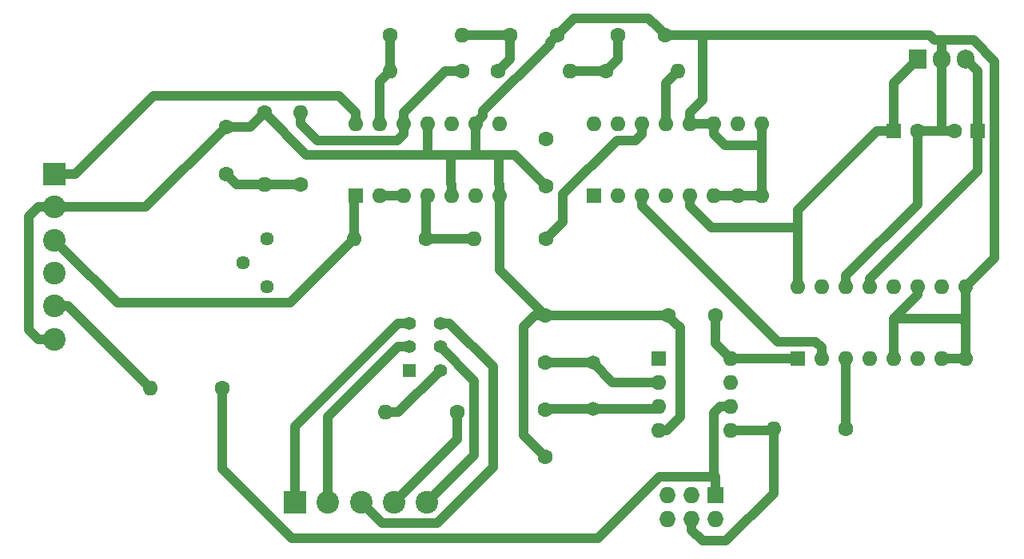
<source format=gbr>
G04 #@! TF.GenerationSoftware,KiCad,Pcbnew,5.1.3*
G04 #@! TF.CreationDate,2019-10-12T01:26:57-07:00*
G04 #@! TF.ProjectId,ap206-pll,61703230-362d-4706-9c6c-2e6b69636164,1*
G04 #@! TF.SameCoordinates,Original*
G04 #@! TF.FileFunction,Copper,L1,Top*
G04 #@! TF.FilePolarity,Positive*
%FSLAX46Y46*%
G04 Gerber Fmt 4.6, Leading zero omitted, Abs format (unit mm)*
G04 Created by KiCad (PCBNEW 5.1.3) date 2019-10-12 01:26:57*
%MOMM*%
%LPD*%
G04 APERTURE LIST*
%ADD10C,1.440000*%
%ADD11R,2.400000X2.400000*%
%ADD12C,2.400000*%
%ADD13R,1.600000X1.600000*%
%ADD14C,1.600000*%
%ADD15O,1.727200X1.727200*%
%ADD16R,1.727200X1.727200*%
%ADD17O,1.600000X1.600000*%
%ADD18O,1.905000X2.000000*%
%ADD19R,1.905000X2.000000*%
%ADD20C,1.500000*%
%ADD21R,1.400000X1.400000*%
%ADD22C,1.400000*%
%ADD23C,1.000000*%
G04 APERTURE END LIST*
D10*
X74500000Y-69850000D03*
X71960000Y-72390000D03*
X74500000Y-74930000D03*
D11*
X52000000Y-63000000D03*
D12*
X52000000Y-66500000D03*
X52000000Y-70000000D03*
X52000000Y-73500000D03*
X52000000Y-77000000D03*
X52000000Y-80500000D03*
D13*
X149780000Y-58420000D03*
D14*
X147280000Y-58420000D03*
X122000000Y-78000000D03*
X117000000Y-78000000D03*
X143390000Y-58420000D03*
D13*
X140890000Y-58420000D03*
D14*
X116680000Y-48260000D03*
X111680000Y-48260000D03*
X105250000Y-48260000D03*
X100250000Y-48260000D03*
X70160000Y-58000000D03*
X70160000Y-63000000D03*
X104000000Y-78000000D03*
X104000000Y-83000000D03*
X104000000Y-93000000D03*
X104000000Y-88000000D03*
X104060000Y-64270000D03*
X104060000Y-59270000D03*
D15*
X116920000Y-99540000D03*
X116920000Y-97000000D03*
X119460000Y-99540000D03*
X119460000Y-97000000D03*
X122000000Y-99540000D03*
D16*
X122000000Y-97000000D03*
D14*
X110410000Y-52070000D03*
D17*
X118030000Y-52070000D03*
X106600000Y-52070000D03*
D14*
X98980000Y-52070000D03*
D17*
X83740000Y-69850000D03*
D14*
X91360000Y-69850000D03*
D17*
X95170000Y-48260000D03*
D14*
X87550000Y-48260000D03*
D17*
X87550000Y-52070000D03*
D14*
X95170000Y-52070000D03*
X104060000Y-69850000D03*
D17*
X96440000Y-69850000D03*
D14*
X78025000Y-64135000D03*
D17*
X78025000Y-56515000D03*
X74215000Y-64135000D03*
D14*
X74215000Y-56515000D03*
X135810000Y-90000000D03*
D17*
X128190000Y-90000000D03*
D18*
X148510000Y-50800000D03*
X145970000Y-50800000D03*
D19*
X143430000Y-50800000D03*
D17*
X123620000Y-82550000D03*
X116000000Y-90170000D03*
X123620000Y-85090000D03*
X116000000Y-87630000D03*
X123620000Y-87630000D03*
X116000000Y-85090000D03*
X123620000Y-90170000D03*
D13*
X116000000Y-82550000D03*
D17*
X130730000Y-74930000D03*
X148510000Y-82550000D03*
X133270000Y-74930000D03*
X145970000Y-82550000D03*
X135810000Y-74930000D03*
X143430000Y-82550000D03*
X138350000Y-74930000D03*
X140890000Y-82550000D03*
X140890000Y-74930000D03*
X138350000Y-82550000D03*
X143430000Y-74930000D03*
X135810000Y-82550000D03*
X145970000Y-74930000D03*
X133270000Y-82550000D03*
X148510000Y-74930000D03*
D13*
X130730000Y-82550000D03*
X109140000Y-65270000D03*
D17*
X126920000Y-57650000D03*
X111680000Y-65270000D03*
X124380000Y-57650000D03*
X114220000Y-65270000D03*
X121840000Y-57650000D03*
X116760000Y-65270000D03*
X119300000Y-57650000D03*
X119300000Y-65270000D03*
X116760000Y-57650000D03*
X121840000Y-65270000D03*
X114220000Y-57650000D03*
X124380000Y-65270000D03*
X111680000Y-57650000D03*
X126920000Y-65270000D03*
X109140000Y-57650000D03*
D20*
X109000000Y-87880000D03*
X109000000Y-83000000D03*
D14*
X69770000Y-85725000D03*
D17*
X62150000Y-85725000D03*
D13*
X83890000Y-65270000D03*
D17*
X99130000Y-57650000D03*
X86430000Y-65270000D03*
X96590000Y-57650000D03*
X88970000Y-65270000D03*
X94050000Y-57650000D03*
X91510000Y-65270000D03*
X91510000Y-57650000D03*
X94050000Y-65270000D03*
X88970000Y-57650000D03*
X96590000Y-65270000D03*
X86430000Y-57650000D03*
X99130000Y-65270000D03*
X83890000Y-57650000D03*
D11*
X77470000Y-97790000D03*
D12*
X80970000Y-97790000D03*
X84470000Y-97790000D03*
X87970000Y-97790000D03*
X91470000Y-97790000D03*
D14*
X94615000Y-88265000D03*
D17*
X86995000Y-88265000D03*
D21*
X89535000Y-83820000D03*
D22*
X89535000Y-81320000D03*
X89535000Y-78820000D03*
X92835000Y-83820000D03*
X92835000Y-81320000D03*
X92835000Y-78820000D03*
D23*
X119300000Y-57650000D02*
X121840000Y-57650000D01*
X121840000Y-65270000D02*
X126920000Y-65270000D01*
X126659999Y-59950001D02*
X126920000Y-59690000D01*
X123008631Y-59950001D02*
X126659999Y-59950001D01*
X121840000Y-58781370D02*
X123008631Y-59950001D01*
X126920000Y-57650000D02*
X126920000Y-59690000D01*
X121840000Y-57650000D02*
X121840000Y-58781370D01*
X126920000Y-59690000D02*
X126920000Y-65270000D01*
X145970000Y-50800000D02*
X145970000Y-58420000D01*
X143390000Y-58420000D02*
X145970000Y-58420000D01*
X145970000Y-58420000D02*
X147280000Y-58420000D01*
X135810000Y-73798630D02*
X135810000Y-74930000D01*
X143390000Y-66197556D02*
X135810000Y-73777556D01*
X143390000Y-58420000D02*
X143390000Y-66197556D01*
X135810000Y-73777556D02*
X135810000Y-73798630D01*
X143430000Y-75794002D02*
X143430000Y-74930000D01*
X140890000Y-78334002D02*
X143430000Y-75794002D01*
X140890000Y-82550000D02*
X140890000Y-78334002D01*
X145970000Y-82550000D02*
X148510000Y-82550000D01*
X148104002Y-78334002D02*
X148510000Y-78740000D01*
X140890000Y-78334002D02*
X148104002Y-78334002D01*
X148510000Y-74930000D02*
X148510000Y-78740000D01*
X148510000Y-78740000D02*
X148510000Y-82550000D01*
X115868630Y-78000000D02*
X104000000Y-78000000D01*
X117000000Y-78000000D02*
X115868630Y-78000000D01*
X103200001Y-92200001D02*
X104000000Y-93000000D01*
X101699999Y-90699999D02*
X103200001Y-92200001D01*
X101699999Y-79168631D02*
X101699999Y-90699999D01*
X102868630Y-78000000D02*
X101699999Y-79168631D01*
X104000000Y-78000000D02*
X102868630Y-78000000D01*
X118300001Y-79300001D02*
X117799999Y-78799999D01*
X117799999Y-78799999D02*
X117000000Y-78000000D01*
X118300001Y-88734001D02*
X118300001Y-79300001D01*
X116864002Y-90170000D02*
X118300001Y-88734001D01*
X116000000Y-90170000D02*
X116864002Y-90170000D01*
X61660000Y-66500000D02*
X70160000Y-58000000D01*
X52000000Y-66500000D02*
X61660000Y-66500000D01*
X50302944Y-80500000D02*
X52000000Y-80500000D01*
X49299999Y-79497055D02*
X50302944Y-80500000D01*
X49299999Y-67502945D02*
X49299999Y-79497055D01*
X50302944Y-66500000D02*
X49299999Y-67502945D01*
X52000000Y-66500000D02*
X50302944Y-66500000D01*
X72730000Y-58000000D02*
X74215000Y-56515000D01*
X70160000Y-58000000D02*
X72730000Y-58000000D01*
X115880001Y-47460001D02*
X116680000Y-48260000D01*
X114879999Y-46459999D02*
X115880001Y-47460001D01*
X107050001Y-46459999D02*
X114879999Y-46459999D01*
X105250000Y-48260000D02*
X107050001Y-46459999D01*
X145970000Y-48800000D02*
X145970000Y-50800000D01*
X151580001Y-51061235D02*
X149318756Y-48799990D01*
X149318756Y-48799990D02*
X145970010Y-48799990D01*
X151580001Y-71859999D02*
X151580001Y-51061235D01*
X145970010Y-48799990D02*
X145970000Y-48800000D01*
X148510000Y-74930000D02*
X151580001Y-71859999D01*
X145182492Y-48799990D02*
X145970010Y-48799990D01*
X144642502Y-48260000D02*
X145182492Y-48799990D01*
X119300000Y-57650000D02*
X119300000Y-56518630D01*
X116680000Y-48260000D02*
X120650000Y-48260000D01*
X120650000Y-55168630D02*
X120650000Y-48260000D01*
X119300000Y-56518630D02*
X120650000Y-55168630D01*
X120650000Y-48260000D02*
X144642502Y-48260000D01*
X78650012Y-60950012D02*
X89341358Y-60950012D01*
X74215000Y-56515000D02*
X78650012Y-60950012D01*
X90861382Y-60950012D02*
X89341358Y-60950012D01*
X100740012Y-60950012D02*
X104060000Y-64270000D01*
X93970012Y-64058642D02*
X93970012Y-60950012D01*
X94050000Y-64138630D02*
X93970012Y-64058642D01*
X94050000Y-65270000D02*
X94050000Y-64138630D01*
X93970012Y-60950012D02*
X94421358Y-60950012D01*
X99050012Y-64058642D02*
X99050012Y-60950012D01*
X99130000Y-65270000D02*
X99130000Y-64138630D01*
X99130000Y-64138630D02*
X99050012Y-64058642D01*
X99050012Y-60950012D02*
X100740012Y-60950012D01*
X91510000Y-60890000D02*
X91449988Y-60950012D01*
X91510000Y-57650000D02*
X91510000Y-60890000D01*
X90861382Y-60950012D02*
X91449988Y-60950012D01*
X91449988Y-60950012D02*
X93970012Y-60950012D01*
X96590000Y-60870024D02*
X96510012Y-60950012D01*
X96590000Y-57650000D02*
X96590000Y-60870024D01*
X94421358Y-60950012D02*
X96510012Y-60950012D01*
X96510012Y-60950012D02*
X99050012Y-60950012D01*
X104450001Y-49264001D02*
X104450001Y-49059999D01*
X97389999Y-56324003D02*
X104450001Y-49264001D01*
X97389999Y-56850001D02*
X97389999Y-56324003D01*
X104450001Y-49059999D02*
X105250000Y-48260000D01*
X96590000Y-57650000D02*
X97389999Y-56850001D01*
X99130000Y-73130000D02*
X104000000Y-78000000D01*
X99130000Y-65270000D02*
X99130000Y-73130000D01*
X123620000Y-82550000D02*
X130730000Y-82550000D01*
X122000000Y-80930000D02*
X123620000Y-82550000D01*
X122000000Y-78000000D02*
X122000000Y-80930000D01*
X149780000Y-52070000D02*
X149780000Y-58420000D01*
X148510000Y-50800000D02*
X149780000Y-52070000D01*
X149780000Y-62635998D02*
X138350000Y-74065998D01*
X138350000Y-74065998D02*
X138350000Y-74930000D01*
X149780000Y-58420000D02*
X149780000Y-62635998D01*
X140890000Y-53340000D02*
X140890000Y-58420000D01*
X143430000Y-50800000D02*
X140890000Y-53340000D01*
X130730000Y-66780000D02*
X139090000Y-58420000D01*
X139090000Y-58420000D02*
X140890000Y-58420000D01*
X52000000Y-63000000D02*
X54200000Y-63000000D01*
X62485001Y-54714999D02*
X61457500Y-55742500D01*
X82086369Y-54714999D02*
X62485001Y-54714999D01*
X83890000Y-56518630D02*
X82086369Y-54714999D01*
X83890000Y-57650000D02*
X83890000Y-56518630D01*
X54200000Y-63000000D02*
X61457500Y-55742500D01*
X121558630Y-68660000D02*
X130730000Y-68660000D01*
X119300000Y-66401370D02*
X121558630Y-68660000D01*
X119300000Y-65270000D02*
X119300000Y-66401370D01*
X130730000Y-74930000D02*
X130730000Y-68660000D01*
X130730000Y-68660000D02*
X130730000Y-66780000D01*
X106600000Y-52070000D02*
X110410000Y-52070000D01*
X111680000Y-50800000D02*
X110410000Y-52070000D01*
X111680000Y-48260000D02*
X111680000Y-50800000D01*
X100250000Y-50800000D02*
X98980000Y-52070000D01*
X100250000Y-48260000D02*
X100250000Y-50800000D01*
X95170000Y-48260000D02*
X100250000Y-48260000D01*
X78025000Y-64135000D02*
X74215000Y-64135000D01*
X71295000Y-64135000D02*
X70160000Y-63000000D01*
X74215000Y-64135000D02*
X71295000Y-64135000D01*
X111090000Y-85090000D02*
X109000000Y-83000000D01*
X116000000Y-85090000D02*
X111090000Y-85090000D01*
X104000000Y-83000000D02*
X109000000Y-83000000D01*
X115750000Y-87880000D02*
X116000000Y-87630000D01*
X109000000Y-87880000D02*
X115750000Y-87880000D01*
X104120000Y-87880000D02*
X104000000Y-88000000D01*
X109000000Y-87880000D02*
X104120000Y-87880000D01*
X69770000Y-94290002D02*
X77079998Y-101600000D01*
X69770000Y-85725000D02*
X69770000Y-94290002D01*
X122000000Y-95136400D02*
X122000000Y-97000000D01*
X116025471Y-95136399D02*
X122000000Y-95136400D01*
X109561870Y-101600000D02*
X116025471Y-95136399D01*
X77079998Y-101600000D02*
X109561870Y-101600000D01*
X121819999Y-88298631D02*
X121819999Y-94956399D01*
X122488630Y-87630000D02*
X121819999Y-88298631D01*
X121819999Y-94956399D02*
X122000000Y-95136400D01*
X123620000Y-87630000D02*
X122488630Y-87630000D01*
X123134529Y-101903601D02*
X128190000Y-96848130D01*
X120602287Y-101903601D02*
X123134529Y-101903601D01*
X119460000Y-99540000D02*
X119460000Y-100761314D01*
X119460000Y-100761314D02*
X120602287Y-101903601D01*
X128190000Y-94740000D02*
X128190000Y-90000000D01*
X128190000Y-96848130D02*
X128190000Y-94740000D01*
X128020000Y-90170000D02*
X128190000Y-90000000D01*
X123620000Y-90170000D02*
X128020000Y-90170000D01*
X116760000Y-53340000D02*
X118030000Y-52070000D01*
X116760000Y-57650000D02*
X116760000Y-53340000D01*
X91360000Y-69850000D02*
X96440000Y-69850000D01*
X91360000Y-65420000D02*
X91510000Y-65270000D01*
X91360000Y-69850000D02*
X91360000Y-65420000D01*
X87550000Y-48260000D02*
X87550000Y-52070000D01*
X86430000Y-53190000D02*
X87550000Y-52070000D01*
X86430000Y-57650000D02*
X86430000Y-53190000D01*
X93397556Y-52070000D02*
X94038630Y-52070000D01*
X88970000Y-57650000D02*
X88970000Y-56497556D01*
X88970000Y-56497556D02*
X93397556Y-52070000D01*
X94038630Y-52070000D02*
X95170000Y-52070000D01*
X88970000Y-58781370D02*
X88970000Y-57650000D01*
X88301369Y-59450001D02*
X88970000Y-58781370D01*
X79828631Y-59450001D02*
X88301369Y-59450001D01*
X78025000Y-57646370D02*
X79828631Y-59450001D01*
X78025000Y-56515000D02*
X78025000Y-57646370D01*
X114220000Y-58781370D02*
X114220000Y-57650000D01*
X113551369Y-59450001D02*
X114220000Y-58781370D01*
X111559997Y-59450001D02*
X113551369Y-59450001D01*
X105860001Y-65149997D02*
X111559997Y-59450001D01*
X105860001Y-68049999D02*
X105860001Y-65149997D01*
X104060000Y-69850000D02*
X105860001Y-68049999D01*
X135810000Y-90000000D02*
X135810000Y-82550000D01*
X86430000Y-65270000D02*
X88970000Y-65270000D01*
X133270000Y-81418630D02*
X133270000Y-82550000D01*
X132601369Y-80749999D02*
X133270000Y-81418630D01*
X128568629Y-80749999D02*
X132601369Y-80749999D01*
X114220000Y-66401370D02*
X128568629Y-80749999D01*
X114220000Y-65270000D02*
X114220000Y-66401370D01*
X53199999Y-71199999D02*
X52000000Y-70000000D01*
X58650001Y-76650001D02*
X53199999Y-71199999D01*
X76939999Y-76650001D02*
X58650001Y-76650001D01*
X83740000Y-69850000D02*
X76939999Y-76650001D01*
X83740000Y-65420000D02*
X83890000Y-65270000D01*
X83740000Y-69850000D02*
X83740000Y-65420000D01*
X53425000Y-77000000D02*
X52000000Y-77000000D01*
X62150000Y-85725000D02*
X53425000Y-77000000D01*
X80970000Y-97790000D02*
X80970000Y-88753630D01*
X88403630Y-81320000D02*
X89535000Y-81320000D01*
X80970000Y-88753630D02*
X88403630Y-81320000D01*
X88403630Y-78820000D02*
X89535000Y-78820000D01*
X77470000Y-97790000D02*
X77470000Y-89753630D01*
X77470000Y-89753630D02*
X88403630Y-78820000D01*
X92526001Y-99990001D02*
X98425000Y-94091002D01*
X84470000Y-97790000D02*
X86670001Y-99990001D01*
X86670001Y-99990001D02*
X92526001Y-99990001D01*
X92835000Y-78820000D02*
X93824949Y-78820000D01*
X98425000Y-83420051D02*
X93824949Y-78820000D01*
X98425000Y-94091002D02*
X98425000Y-83420051D01*
X94615000Y-91145000D02*
X94615000Y-88265000D01*
X87970000Y-97790000D02*
X94615000Y-91145000D01*
X91470000Y-97790000D02*
X96415001Y-92844999D01*
X96415001Y-84900001D02*
X92835000Y-81320000D01*
X96415001Y-92844999D02*
X96415001Y-84900001D01*
X88390000Y-88265000D02*
X86995000Y-88265000D01*
X92835000Y-83820000D02*
X88390000Y-88265000D01*
M02*

</source>
